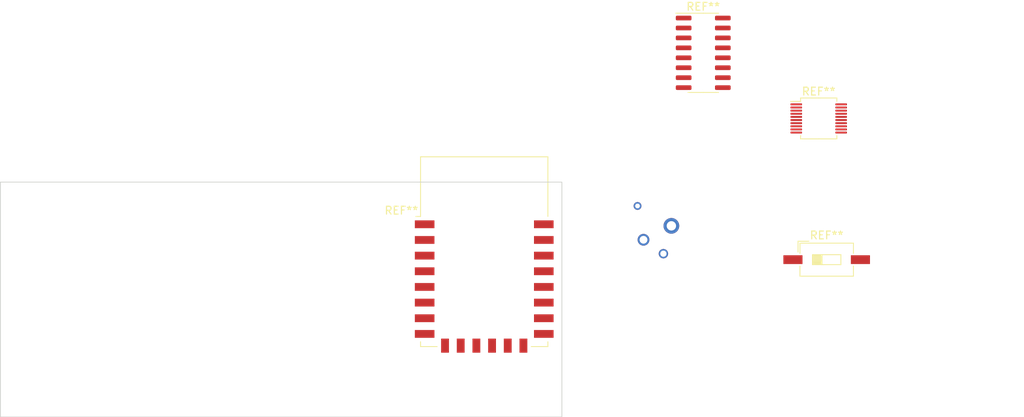
<source format=kicad_pcb>
(kicad_pcb (version 20211014) (generator pcbnew)
  (layers (0 "F.Cu" signal) (31 "B.Cu" signal) (34 "B.Paste" user) (35 "F.Paste" user) (36 "B.SilkS" user "B.Silkscreen") (37 "F.SilkS" user "F.Silkscreen") (38 "B.Mask" user) (39 "F.Mask" user) (44 "Edge.Cuts" user))
  (net 0 "")
  (footprint "Button_Switch_SMD:SW_DIP_SPSTx01_Slide_6.7x4.1mm_W8.61mm_P2.54mm_LowProfile" (layer "F.Cu") (at 156.21 60.706)
    (fp_text reference "REF**" (at 0 -3.11) (layer "F.SilkS"))
    (fp_text value "SW_DIP_SPSTx01_Slide_6.7x4.1mm_W8.61mm_P2.54mm_LowProfile")
    (fp_line (start -1.81 -0.635) (end -1.81 0.635) (layer "F.SilkS") (width 0.12))
    (fp_line (start -1.81 0.565) (end -0.603333 0.565) (layer "F.SilkS") (width 0.12))
    (fp_line (start -3.41 2.11) (end 3.41 2.11) (layer "F.SilkS") (width 0.12))
    (fp_line (start -1.81 0.445) (end -0.603333 0.445) (layer "F.SilkS") (width 0.12))
    (fp_line (start 1.81 0.635) (end 1.81 -0.635) (layer "F.SilkS") (width 0.12))
    (fp_line (start -1.81 -0.395) (end -0.603333 -0.395) (layer "F.SilkS") (width 0.12))
    (fp_line (start -1.81 0.085) (end -0.603333 0.085) (layer "F.SilkS") (width 0.12))
    (fp_line (start -3.41 -2.11) (end 3.41 -2.11) (layer "F.SilkS") (width 0.12))
    (fp_line (start 3.41 0.8) (end 3.41 2.11) (layer "F.SilkS") (width 0.12))
    (fp_line (start -3.41 0.8) (end -3.41 2.11) (layer "F.SilkS") (width 0.12))
    (fp_line (start -3.41 -2.11) (end -3.41 -0.8) (layer "F.SilkS") (width 0.12))
    (fp_line (start -1.81 -0.035) (end -0.603333 -0.035) (layer "F.SilkS") (width 0.12))
    (fp_line (start -1.81 -0.155) (end -0.603333 -0.155) (layer "F.SilkS") (width 0.12))
    (fp_line (start -1.81 -0.515) (end -0.603333 -0.515) (layer "F.SilkS") (width 0.12))
    (fp_line (start -1.81 0.635) (end 1.81 0.635) (layer "F.SilkS") (width 0.12))
    (fp_line (start -1.81 -0.275) (end -0.603333 -0.275) (layer "F.SilkS") (width 0.12))
    (fp_line (start 3.41 -2.11) (end 3.41 -0.8) (layer "F.SilkS") (width 0.12))
    (fp_line (start -3.65 -2.35) (end -3.65 -0.967) (layer "F.SilkS") (width 0.12))
    (fp_line (start -1.81 0.205) (end -0.603333 0.205) (layer "F.SilkS") (width 0.12))
    (fp_line (start -1.81 0.325) (end -0.603333 0.325) (layer "F.SilkS") (width 0.12))
    (fp_line (start -3.65 -2.35) (end -2.267 -2.35) (layer "F.SilkS") (width 0.12))
    (fp_line (start -0.603333 -0.635) (end -0.603333 0.635) (layer "F.SilkS") (width 0.12))
    (fp_line (start 1.81 -0.635) (end -1.81 -0.635) (layer "F.SilkS") (width 0.12))
    (pad "1" smd rect (at -4.305 0) (size 2.44 1.12) (layers "F.Cu" "F.Paste" "F.Mask"))
    (pad "2" smd rect (at 4.305 0) (size 2.44 1.12) (layers "F.Cu" "F.Paste" "F.Mask"))
  )
  (footprint "Package_SO:SOP-16_3.9x9.9mm_P1.27mm" (layer "F.Cu") (at 140.462 34.29)
    (fp_text reference "REF**" (at 0 -5.9) (layer "F.SilkS"))
    (fp_text value "SOP-16_3.9x9.9mm_P1.27mm")
    (fp_line (start 0 -5.06) (end 1.95 -5.06) (layer "F.SilkS") (width 0.12))
    (fp_line (start 0 5.06) (end -1.95 5.06) (layer "F.SilkS") (width 0.12))
    (fp_line (start 0 -5.06) (end -3.5 -5.06) (layer "F.SilkS") (width 0.12))
    (fp_line (start 0 5.06) (end 1.95 5.06) (layer "F.SilkS") (width 0.12))
    (pad "1" smd roundrect (at -2.5 -4.445) (size 2 0.6) (layers "F.Cu" "F.Paste" "F.Mask"))
    (pad "2" smd roundrect (at -2.5 -3.175) (size 2 0.6) (layers "F.Cu" "F.Paste" "F.Mask"))
    (pad "3" smd roundrect (at -2.5 -1.905) (size 2 0.6) (layers "F.Cu" "F.Paste" "F.Mask"))
    (pad "4" smd roundrect (at -2.5 -0.635) (size 2 0.6) (layers "F.Cu" "F.Paste" "F.Mask"))
    (pad "5" smd roundrect (at -2.5 0.635) (size 2 0.6) (layers "F.Cu" "F.Paste" "F.Mask"))
    (pad "6" smd roundrect (at -2.5 1.905) (size 2 0.6) (layers "F.Cu" "F.Paste" "F.Mask"))
    (pad "7" smd roundrect (at -2.5 3.175) (size 2 0.6) (layers "F.Cu" "F.Paste" "F.Mask"))
    (pad "8" smd roundrect (at -2.5 4.445) (size 2 0.6) (layers "F.Cu" "F.Paste" "F.Mask"))
    (pad "9" smd roundrect (at 2.5 4.445) (size 2 0.6) (layers "F.Cu" "F.Paste" "F.Mask"))
    (pad "10" smd roundrect (at 2.5 3.175) (size 2 0.6) (layers "F.Cu" "F.Paste" "F.Mask"))
    (pad "11" smd roundrect (at 2.5 1.905) (size 2 0.6) (layers "F.Cu" "F.Paste" "F.Mask"))
    (pad "12" smd roundrect (at 2.5 0.635) (size 2 0.6) (layers "F.Cu" "F.Paste" "F.Mask"))
    (pad "13" smd roundrect (at 2.5 -0.635) (size 2 0.6) (layers "F.Cu" "F.Paste" "F.Mask"))
    (pad "14" smd roundrect (at 2.5 -1.905) (size 2 0.6) (layers "F.Cu" "F.Paste" "F.Mask"))
    (pad "15" smd roundrect (at 2.5 -3.175) (size 2 0.6) (layers "F.Cu" "F.Paste" "F.Mask"))
    (pad "16" smd roundrect (at 2.5 -4.445) (size 2 0.6) (layers "F.Cu" "F.Paste" "F.Mask"))
  )
  (footprint "RF_Module:ESP-12E" (layer "F.Cu") (at 112.522 59.69)
    (fp_text reference "REF**" (at -10.56 -5.26) (layer "F.SilkS"))
    (fp_text value "ESP-12E")
    (fp_line (start -8.12 -12.12) (end 8.12 -12.12) (layer "F.SilkS") (width 0.12))
    (fp_line (start -8.12 -4.5) (end -8.73 -4.5) (layer "F.SilkS") (width 0.12))
    (fp_line (start 8.12 -12.12) (end 8.12 -4.5) (layer "F.SilkS") (width 0.12))
    (fp_line (start 8.12 11.5) (end 8.12 12.12) (layer "F.SilkS") (width 0.12))
    (fp_line (start -8.12 12.12) (end -8.12 11.5) (layer "F.SilkS") (width 0.12))
    (fp_line (start 8.12 12.12) (end 6 12.12) (layer "F.SilkS") (width 0.12))
    (fp_line (start -6 12.12) (end -8.12 12.12) (layer "F.SilkS") (width 0.12))
    (fp_line (start -8.12 -4.5) (end -8.12 -12.12) (layer "F.SilkS") (width 0.12))
    (pad "1" smd rect (at -7.6 -3.5) (size 2.5 1) (layers "F.Cu" "F.Paste" "F.Mask"))
    (pad "2" smd rect (at -7.6 -1.5) (size 2.5 1) (layers "F.Cu" "F.Paste" "F.Mask"))
    (pad "3" smd rect (at -7.6 0.5) (size 2.5 1) (layers "F.Cu" "F.Paste" "F.Mask"))
    (pad "4" smd rect (at -7.6 2.5) (size 2.5 1) (layers "F.Cu" "F.Paste" "F.Mask"))
    (pad "5" smd rect (at -7.6 4.5) (size 2.5 1) (layers "F.Cu" "F.Paste" "F.Mask"))
    (pad "6" smd rect (at -7.6 6.5) (size 2.5 1) (layers "F.Cu" "F.Paste" "F.Mask"))
    (pad "7" smd rect (at -7.6 8.5) (size 2.5 1) (layers "F.Cu" "F.Paste" "F.Mask"))
    (pad "8" smd rect (at -7.6 10.5) (size 2.5 1) (layers "F.Cu" "F.Paste" "F.Mask"))
    (pad "9" smd rect (at -5 12) (size 1 1.8) (layers "F.Cu" "F.Paste" "F.Mask"))
    (pad "10" smd rect (at -3 12) (size 1 1.8) (layers "F.Cu" "F.Paste" "F.Mask"))
    (pad "11" smd rect (at -1 12) (size 1 1.8) (layers "F.Cu" "F.Paste" "F.Mask"))
    (pad "12" smd rect (at 1 12) (size 1 1.8) (layers "F.Cu" "F.Paste" "F.Mask"))
    (pad "13" smd rect (at 3 12) (size 1 1.8) (layers "F.Cu" "F.Paste" "F.Mask"))
    (pad "14" smd rect (at 5 12) (size 1 1.8) (layers "F.Cu" "F.Paste" "F.Mask"))
    (pad "15" smd rect (at 7.6 10.5) (size 2.5 1) (layers "F.Cu" "F.Paste" "F.Mask"))
    (pad "16" smd rect (at 7.6 8.5) (size 2.5 1) (layers "F.Cu" "F.Paste" "F.Mask"))
    (pad "17" smd rect (at 7.6 6.5) (size 2.5 1) (layers "F.Cu" "F.Paste" "F.Mask"))
    (pad "18" smd rect (at 7.6 4.5) (size 2.5 1) (layers "F.Cu" "F.Paste" "F.Mask"))
    (pad "19" smd rect (at 7.6 2.5) (size 2.5 1) (layers "F.Cu" "F.Paste" "F.Mask"))
    (pad "20" smd rect (at 7.6 0.5) (size 2.5 1) (layers "F.Cu" "F.Paste" "F.Mask"))
    (pad "21" smd rect (at 7.6 -1.5) (size 2.5 1) (layers "F.Cu" "F.Paste" "F.Mask"))
    (pad "22" smd rect (at 7.6 -3.5) (size 2.5 1) (layers "F.Cu" "F.Paste" "F.Mask"))
  )
  (footprint "Package_SO:TSSOP-20_4.4x5mm_P0.4mm" (layer "F.Cu") (at 155.194 42.672)
    (fp_text reference "REF**" (at 0 -3.45) (layer "F.SilkS"))
    (fp_text value "TSSOP-20_4.4x5mm_P0.4mm")
    (fp_line (start 0 2.61) (end -2.31 2.61) (layer "F.SilkS") (width 0.12))
    (fp_line (start 2.31 2.61) (end 2.31 2.185) (layer "F.SilkS") (width 0.12))
    (fp_line (start 0 -2.61) (end -2.31 -2.61) (layer "F.SilkS") (width 0.12))
    (fp_line (start -2.31 2.61) (end -2.31 2.185) (layer "F.SilkS") (width 0.12))
    (fp_line (start -2.31 -2.61) (end -2.31 -2.185) (layer "F.SilkS") (width 0.12))
    (fp_line (start 0 2.61) (end 2.31 2.61) (layer "F.SilkS") (width 0.12))
    (fp_line (start 0 -2.61) (end 2.31 -2.61) (layer "F.SilkS") (width 0.12))
    (fp_line (start 2.31 -2.61) (end 2.31 -2.185) (layer "F.SilkS") (width 0.12))
    (fp_line (start -2.31 -2.185) (end -3.6 -2.185) (layer "F.SilkS") (width 0.12))
    (pad "1" smd roundrect (at -2.8625 -1.8) (size 1.475 0.25) (layers "F.Cu" "F.Paste" "F.Mask"))
    (pad "2" smd roundrect (at -2.8625 -1.4) (size 1.475 0.25) (layers "F.Cu" "F.Paste" "F.Mask"))
    (pad "3" smd roundrect (at -2.8625 -1) (size 1.475 0.25) (layers "F.Cu" "F.Paste" "F.Mask"))
    (pad "4" smd roundrect (at -2.8625 -0.6) (size 1.475 0.25) (layers "F.Cu" "F.Paste" "F.Mask"))
    (pad "5" smd roundrect (at -2.8625 -0.2) (size 1.475 0.25) (layers "F.Cu" "F.Paste" "F.Mask"))
    (pad "6" smd roundrect (at -2.8625 0.2) (size 1.475 0.25) (layers "F.Cu" "F.Paste" "F.Mask"))
    (pad "7" smd roundrect (at -2.8625 0.6) (size 1.475 0.25) (layers "F.Cu" "F.Paste" "F.Mask"))
    (pad "8" smd roundrect (at -2.8625 1) (size 1.475 0.25) (layers "F.Cu" "F.Paste" "F.Mask"))
    (pad "9" smd roundrect (at -2.8625 1.4) (size 1.475 0.25) (layers "F.Cu" "F.Paste" "F.Mask"))
    (pad "10" smd roundrect (at -2.8625 1.8) (size 1.475 0.25) (layers "F.Cu" "F.Paste" "F.Mask"))
    (pad "11" smd roundrect (at 2.8625 1.8) (size 1.475 0.25) (layers "F.Cu" "F.Paste" "F.Mask"))
    (pad "12" smd roundrect (at 2.8625 1.4) (size 1.475 0.25) (layers "F.Cu" "F.Paste" "F.Mask"))
    (pad "13" smd roundrect (at 2.8625 1) (size 1.475 0.25) (layers "F.Cu" "F.Paste" "F.Mask"))
    (pad "14" smd roundrect (at 2.8625 0.6) (size 1.475 0.25) (layers "F.Cu" "F.Paste" "F.Mask"))
    (pad "15" smd roundrect (at 2.8625 0.2) (size 1.475 0.25) (layers "F.Cu" "F.Paste" "F.Mask"))
    (pad "16" smd roundrect (at 2.8625 -0.2) (size 1.475 0.25) (layers "F.Cu" "F.Paste" "F.Mask"))
    (pad "17" smd roundrect (at 2.8625 -0.6) (size 1.475 0.25) (layers "F.Cu" "F.Paste" "F.Mask"))
    (pad "18" smd roundrect (at 2.8625 -1) (size 1.475 0.25) (layers "F.Cu" "F.Paste" "F.Mask"))
    (pad "19" smd roundrect (at 2.8625 -1.4) (size 1.475 0.25) (layers "F.Cu" "F.Paste" "F.Mask"))
    (pad "20" smd roundrect (at 2.8625 -1.8) (size 1.475 0.25) (layers "F.Cu" "F.Paste" "F.Mask"))
  )
  (gr_rect (start 50.8 50.8) (end 122.428 80.8) (layer "Edge.Cuts") (width 0.1) (fill none))
  (via (at 135.382 59.944) (size 1.2) (drill 0.8) (layers "F.Cu" "B.Cu") (net 0))
  (via (at 132.842 58.166) (size 1.5) (drill 1) (layers "F.Cu" "B.Cu") (net 0))
  (via (at 132.08 53.848) (size 1) (drill 0.6) (layers "F.Cu" "B.Cu") (net 0))
  (via (at 136.398 56.388) (size 2) (drill 1.2) (layers "F.Cu" "B.Cu") (net 0))
)
</source>
